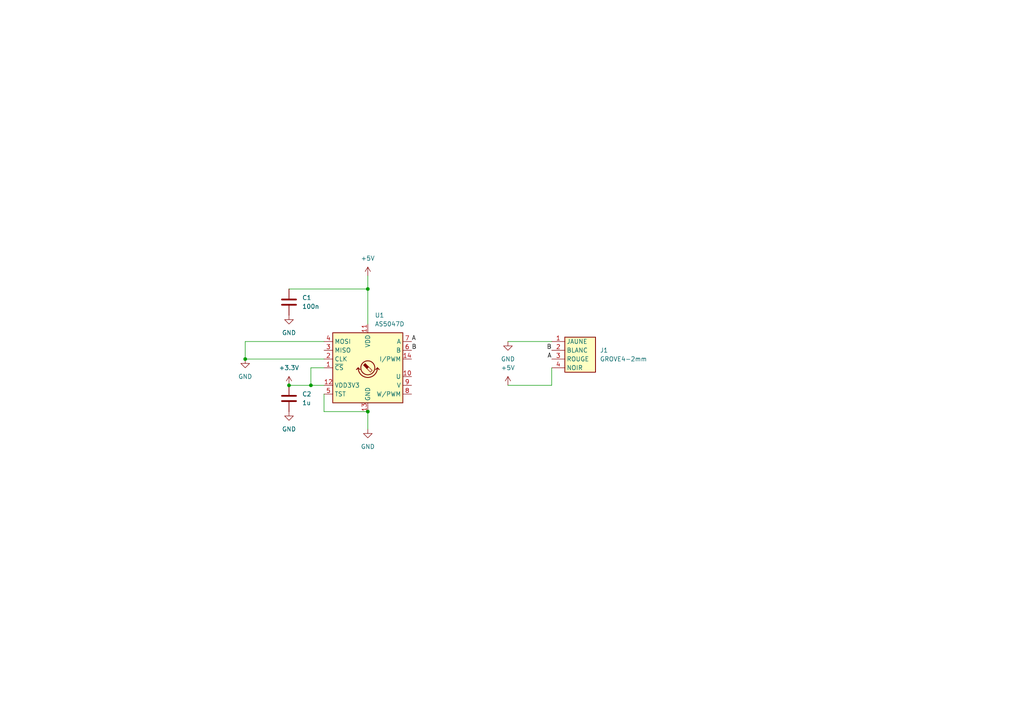
<source format=kicad_sch>
(kicad_sch (version 20230121) (generator eeschema)
  (paper "A4")
  (lib_symbols
    (symbol "0_Ge2:GROVE4-2mm"
      (property "Reference" "J" (at 0 5.08 0))
      (property "Value" "GROVE4-2mm" (at 0 2.54 0))
      (symbol "GROVE4-2mm_1_1"
        (rectangle (start 1.27 0) (end 10.16 -10.16) (stroke (width 0.254)) (fill (type background)))
        (pin passive line (at -2.54 -1.27 0) (length 3.81) (name "JAUNE") (number "1"))
        (pin passive line (at -2.54 -3.81 0) (length 3.81) (name "BLANC") (number "2"))
        (pin passive line (at -2.54 -6.35 0) (length 3.81) (name "ROUGE") (number "3"))
        (pin passive line (at -2.54 -8.89 0) (length 3.81) (name "NOIR") (number "4"))
      )
    )
    (symbol "Device:C" (pin_numbers hide) (pin_names (offset 0.254))
      (property "Reference" "C" (at 0.635 2.54 0))
      (property "Value" "C" (at 0.635 -2.54 0))
      (symbol "C_0_1"
        (polyline (pts (xy -2.032 -0.762) (xy 2.032 -0.762)) (stroke (width 0.508)))
        (polyline (pts (xy -2.032 0.762) (xy 2.032 0.762)) (stroke (width 0.508)))
      )
      (symbol "C_1_1"
        (pin passive line (at 0 3.81 270) (length 2.794) (name "~") (number "1"))
        (pin passive line (at 0 -3.81 90) (length 2.794) (name "~") (number "2"))
      )
    )
    (symbol "Sensor_Magnetic:AS5047D"
      (property "Reference" "U" (at -8.89 11.43 0))
      (property "Value" "AS5047D" (at 5.08 11.43 0))
      (symbol "AS5047D_1_1"
        (rectangle (start -10.16 10.16) (end 10.16 -10.16) (stroke (width 0.254)) (fill (type background)))
        (arc (start -2.794 0) (mid 0 -2.7819) (end 2.794 0) (stroke (width 0.254)))
        (polyline (pts (xy -2.794 0) (xy -3.302 -0.508)) (stroke (width 0.254)))
        (polyline (pts (xy -2.794 0) (xy -2.286 -0.508)) (stroke (width 0.254)))
        (polyline (pts (xy 2.794 0) (xy 2.286 -0.508)) (stroke (width 0.254)))
        (polyline (pts (xy 2.794 0) (xy 3.302 -0.508)) (stroke (width 0.254)))
        (polyline (pts (xy 0.254 0.254) (xy 1.27 -0.762) (xy 0.762 -1.27) (xy -0.254 -0.254)))
        (polyline (pts (xy -0.762 1.27) (xy 0.254 0.254) (xy -0.254 -0.254) (xy -1.27 0.762) (xy -1.016 1.016) (xy -0.762 1.27) (xy -0.635 1.143)) (fill (type outline)))
        (circle (center 0 0) (radius 2.032) (stroke (width 0.254)))
        (pin input line (at -12.7 0 0) (length 2.54) (name "~{CS}") (number "1"))
        (pin output line (at 12.7 -2.54 180) (length 2.54) (name "U") (number "10"))
        (pin power_in line (at 0 12.7 270) (length 2.54) (name "VDD") (number "11"))
        (pin power_out line (at -12.7 -5.08 0) (length 2.54) (name "VDD3V3") (number "12"))
        (pin power_in line (at 0 -12.7 90) (length 2.54) (name "GND") (number "13"))
        (pin output line (at 12.7 2.54 180) (length 2.54) (name "I/PWM") (number "14"))
        (pin input line (at -12.7 2.54 0) (length 2.54) (name "CLK") (number "2"))
        (pin output line (at -12.7 5.08 0) (length 2.54) (name "MISO") (number "3"))
        (pin input line (at -12.7 7.62 0) (length 2.54) (name "MOSI") (number "4"))
        (pin input line (at -12.7 -7.62 0) (length 2.54) (name "TST") (number "5"))
        (pin output line (at 12.7 5.08 180) (length 2.54) (name "B") (number "6"))
        (pin output line (at 12.7 7.62 180) (length 2.54) (name "A") (number "7"))
        (pin output line (at 12.7 -7.62 180) (length 2.54) (name "W/PWM") (number "8"))
        (pin output line (at 12.7 -5.08 180) (length 2.54) (name "V") (number "9"))
      )
    )
    (symbol "power:+3.3V" (power) (pin_names (offset 0))
      (property "Value" "+3.3V" (at 0 3.556 0))
      (symbol "+3.3V_0_1"
        (polyline (pts (xy -0.762 1.27) (xy 0 2.54)))
        (polyline (pts (xy 0 0) (xy 0 2.54)))
        (polyline (pts (xy 0 2.54) (xy 0.762 1.27)))
      )
      (symbol "+3.3V_1_1"
        (pin power_in line (at 0 0 90) (length 0) hide (name "+3.3V") (number "1"))
      )
    )
    (symbol "power:+5V" (power) (pin_names (offset 0))
      (property "Value" "+5V" (at 0 3.556 0))
      (symbol "+5V_0_1"
        (polyline (pts (xy -0.762 1.27) (xy 0 2.54)))
        (polyline (pts (xy 0 0) (xy 0 2.54)))
        (polyline (pts (xy 0 2.54) (xy 0.762 1.27)))
      )
      (symbol "+5V_1_1"
        (pin power_in line (at 0 0 90) (length 0) hide (name "+5V") (number "1"))
      )
    )
    (symbol "power:GND" (power) (pin_names (offset 0))
      (property "Value" "GND" (at 0 -3.81 0))
      (symbol "GND_0_1"
        (polyline (pts (xy 0 0) (xy 0 -1.27) (xy 1.27 -1.27) (xy 0 -2.54) (xy -1.27 -1.27) (xy 0 -1.27)))
      )
      (symbol "GND_1_1"
        (pin power_in line (at 0 0 270) (length 0) hide (name "GND") (number "1"))
      )
    )
  )
  (junction (at 90.17 111.76))
  (junction (at 71.12 104.14))
  (junction (at 83.82 111.76))
  (junction (at 106.68 119.38))
  (junction (at 106.68 83.82))
  (wire (pts (xy 93.98 99.06) (xy 71.12 99.06)))
  (wire (pts (xy 106.68 124.46) (xy 106.68 119.38)))
  (wire (pts (xy 93.98 119.38) (xy 106.68 119.38)))
  (wire (pts (xy 71.12 104.14) (xy 93.98 104.14)))
  (wire (pts (xy 160.02 111.76) (xy 160.02 106.68)))
  (wire (pts (xy 90.17 111.76) (xy 93.98 111.76)))
  (wire (pts (xy 93.98 106.68) (xy 90.17 106.68)))
  (wire (pts (xy 93.98 114.3) (xy 93.98 119.38)))
  (wire (pts (xy 106.68 83.82) (xy 106.68 93.98)))
  (wire (pts (xy 83.82 83.82) (xy 106.68 83.82)))
  (wire (pts (xy 71.12 99.06) (xy 71.12 104.14)))
  (wire (pts (xy 147.32 99.06) (xy 160.02 99.06)))
  (wire (pts (xy 83.82 111.76) (xy 90.17 111.76)))
  (wire (pts (xy 147.32 111.76) (xy 160.02 111.76)))
  (wire (pts (xy 106.68 80.01) (xy 106.68 83.82)))
  (wire (pts (xy 90.17 106.68) (xy 90.17 111.76)))
  (label "A" (at 119.38 99.06 0))
  (label "B" (at 119.38 101.6 0))
  (label "A" (at 160.02 104.14 180))
  (label "B" (at 160.02 101.6 180))
  (symbol (lib_id "power:GND") (at 71.12 104.14 0) (unit 1)
    (property "Reference" "#PWR0104" (effects hide))
    (property "Value" "GND" (at 71.12 109.22 0))
  )
  (symbol (lib_id "Device:C") (at 83.82 115.57 0) (unit 1)
    (property "Reference" "C2" (at 87.63 114.2999 0) (effects (justify left)))
    (property "Value" "1u" (at 87.63 116.8399 0) (effects (justify left)))
    (property "Footprint" "Capacitor_SMD:C_1206_3216Metric_Pad1.33x1.80mm_HandSolder" (effects hide))
  )
  (symbol (lib_id "power:+5V") (at 106.68 80.01 0) (unit 1)
    (property "Reference" "#PWR0107" (effects hide))
    (property "Value" "+5V" (at 106.68 74.93 0))
  )
  (symbol (lib_id "power:GND") (at 83.82 91.44 0) (unit 1)
    (property "Reference" "#PWR0106" (effects hide))
    (property "Value" "GND" (at 83.82 96.52 0))
  )
  (symbol (lib_id "Device:C") (at 83.82 87.63 0) (unit 1)
    (property "Reference" "C1" (at 87.63 86.3599 0) (effects (justify left)))
    (property "Value" "100n" (at 87.63 88.8999 0) (effects (justify left)))
    (property "Footprint" "Capacitor_SMD:C_1206_3216Metric_Pad1.33x1.80mm_HandSolder" (effects hide))
  )
  (symbol (lib_id "power:GND") (at 147.32 99.06 0) (unit 1)
    (property "Reference" "#PWR0102" (effects hide))
    (property "Value" "GND" (at 147.32 104.14 0))
  )
  (symbol (lib_id "power:GND") (at 83.82 119.38 0) (unit 1)
    (property "Reference" "#PWR0108" (effects hide))
    (property "Value" "GND" (at 83.82 124.46 0))
  )
  (symbol (lib_id "power:+3.3V") (at 83.82 111.76 0) (unit 1)
    (property "Reference" "#PWR0103" (effects hide))
    (property "Value" "+3.3V" (at 83.82 106.68 0))
  )
  (symbol (lib_id "Sensor_Magnetic:AS5047D") (at 106.68 106.68 0) (unit 1)
    (property "Reference" "U1" (at 108.6994 91.44 0) (effects (justify left)))
    (property "Value" "AS5047D" (at 108.6994 93.98 0) (effects (justify left)))
    (property "Footprint" "Package_SO:TSSOP-14_4.4x5mm_P0.65mm" (effects hide))
    (property "Datasheet" "https://ams.com/documents/20143/36005/AS5047D_DS000394_2-00.pdf" (effects hide))
  )
  (symbol (lib_id "power:+5V") (at 147.32 111.76 0) (unit 1)
    (property "Reference" "#PWR0101" (effects hide))
    (property "Value" "+5V" (at 147.32 106.68 0))
  )
  (symbol (lib_id "0_Ge2:GROVE4-2mm") (at 162.56 97.79 0) (unit 1)
    (property "Reference" "J1" (at 173.99 101.5999 0) (effects (justify left)))
    (property "Value" "GROVE4-2mm" (at 173.99 104.1399 0) (effects (justify left)))
    (property "Footprint" "FootprintGe2:SEEED_110990037" (effects hide))
  )
  (symbol (lib_id "power:GND") (at 106.68 124.46 0) (unit 1)
    (property "Reference" "#PWR0105" (effects hide))
    (property "Value" "GND" (at 106.68 129.54 0))
  )
)
</source>
